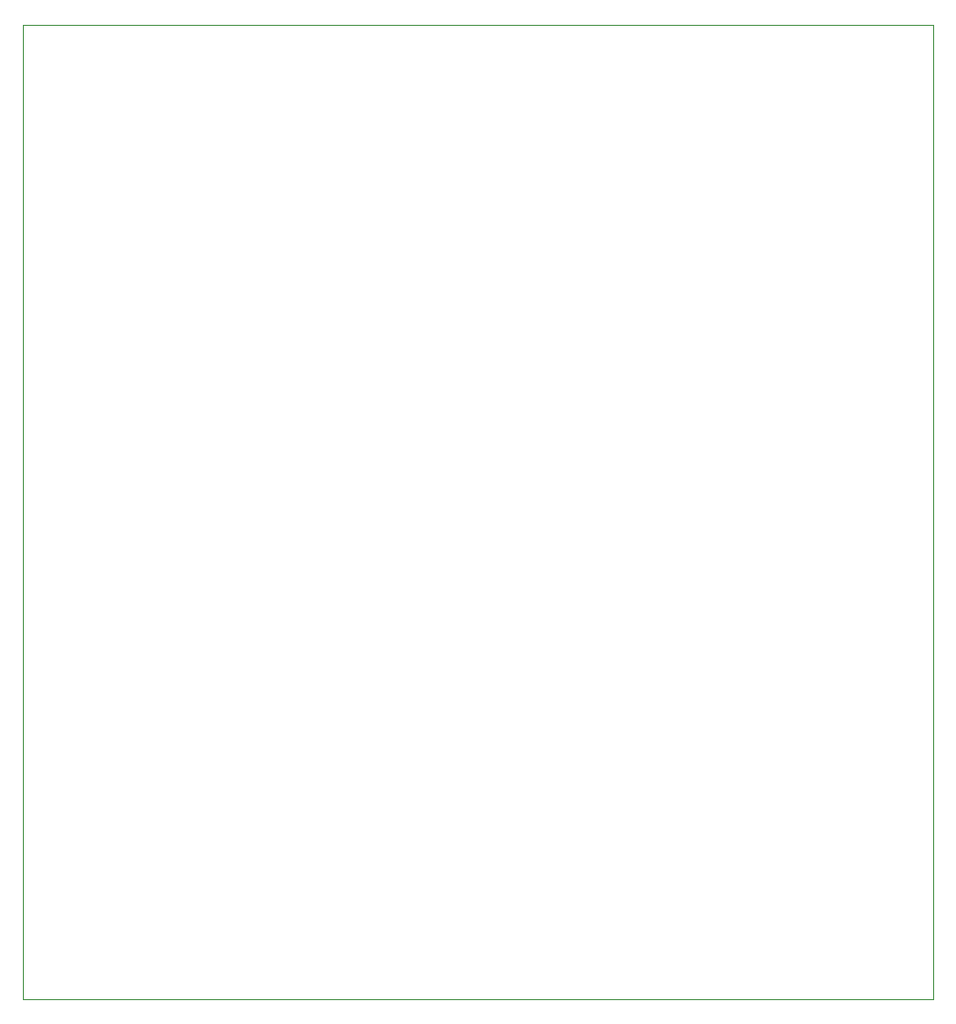
<source format=gbr>
%TF.GenerationSoftware,KiCad,Pcbnew,9.0.0*%
%TF.CreationDate,2025-03-24T18:02:28-05:00*%
%TF.ProjectId,Project 2.0,50726f6a-6563-4742-9032-2e302e6b6963,rev?*%
%TF.SameCoordinates,Original*%
%TF.FileFunction,Profile,NP*%
%FSLAX46Y46*%
G04 Gerber Fmt 4.6, Leading zero omitted, Abs format (unit mm)*
G04 Created by KiCad (PCBNEW 9.0.0) date 2025-03-24 18:02:28*
%MOMM*%
%LPD*%
G01*
G04 APERTURE LIST*
%TA.AperFunction,Profile*%
%ADD10C,0.050000*%
%TD*%
G04 APERTURE END LIST*
D10*
X110000000Y-72500000D02*
X187500000Y-72500000D01*
X187500000Y-155500000D01*
X110000000Y-155500000D01*
X110000000Y-72500000D01*
M02*

</source>
